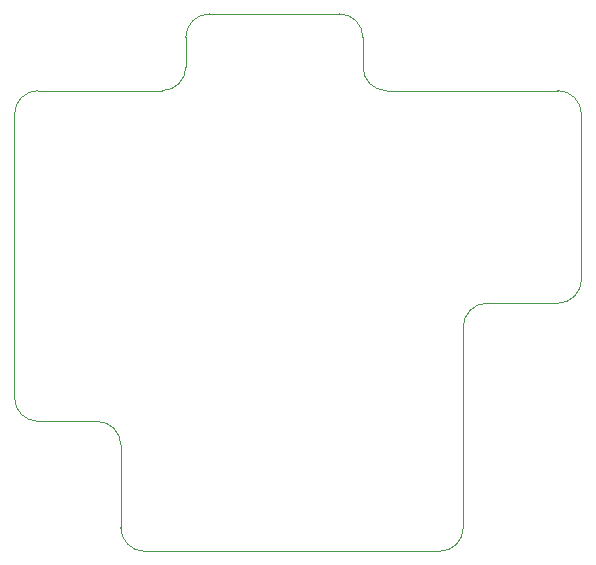
<source format=gbr>
%TF.GenerationSoftware,KiCad,Pcbnew,9.0.4*%
%TF.CreationDate,2025-10-03T18:01:33+02:00*%
%TF.ProjectId,LoraHarvesterBox,4c6f7261-4861-4727-9665-73746572426f,rev?*%
%TF.SameCoordinates,Original*%
%TF.FileFunction,Profile,NP*%
%FSLAX46Y46*%
G04 Gerber Fmt 4.6, Leading zero omitted, Abs format (unit mm)*
G04 Created by KiCad (PCBNEW 9.0.4) date 2025-10-03 18:01:33*
%MOMM*%
%LPD*%
G01*
G04 APERTURE LIST*
%TA.AperFunction,Profile*%
%ADD10C,0.050000*%
%TD*%
G04 APERTURE END LIST*
D10*
X112000000Y-100000000D02*
G75*
G02*
X110000000Y-98000000I0J2000000D01*
G01*
X115500000Y-56500000D02*
G75*
G02*
X117500000Y-54500000I2000000J0D01*
G01*
X139000000Y-98000000D02*
X139000000Y-81000000D01*
X101000000Y-87000000D02*
X101000000Y-63000000D01*
X132500000Y-61000000D02*
G75*
G02*
X130500000Y-59000000I0J2000000D01*
G01*
X112000000Y-100000000D02*
X137000000Y-100000000D01*
X117500000Y-54500000D02*
X123000000Y-54500000D01*
X108000000Y-89000000D02*
X103000000Y-89000000D01*
X128500000Y-54500000D02*
G75*
G02*
X130500000Y-56500000I0J-2000000D01*
G01*
X149000000Y-77000000D02*
G75*
G02*
X147000000Y-79000000I-2000000J0D01*
G01*
X147000000Y-61000000D02*
G75*
G02*
X149000000Y-63000000I0J-2000000D01*
G01*
X115500000Y-59000000D02*
X115500000Y-56500000D01*
X103000000Y-61000000D02*
X113500000Y-61000000D01*
X101000000Y-63000000D02*
G75*
G02*
X103000000Y-61000000I2000000J0D01*
G01*
X115500000Y-59000000D02*
G75*
G02*
X113500000Y-61000000I-2000000J0D01*
G01*
X110000000Y-98000000D02*
X110000000Y-91000000D01*
X123000000Y-54500000D02*
X128500000Y-54500000D01*
X147000000Y-61000000D02*
X132500000Y-61000000D01*
X141000000Y-79000000D02*
X147000000Y-79000000D01*
X103000000Y-89000000D02*
G75*
G02*
X101000000Y-87000000I0J2000000D01*
G01*
X108000000Y-89000000D02*
G75*
G02*
X110000000Y-91000000I0J-2000000D01*
G01*
X149000000Y-77000000D02*
X149000000Y-63000000D01*
X130500000Y-56500000D02*
X130500000Y-59000000D01*
X139000000Y-81000000D02*
G75*
G02*
X141000000Y-79000000I2000000J0D01*
G01*
X139000000Y-98000000D02*
G75*
G02*
X137000000Y-100000000I-2000000J0D01*
G01*
M02*

</source>
